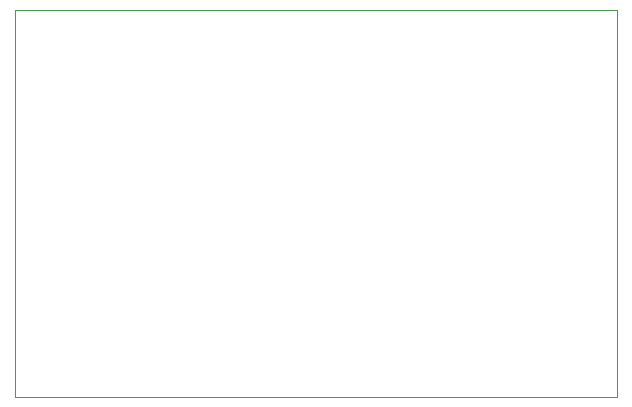
<source format=gbr>
%TF.GenerationSoftware,KiCad,Pcbnew,9.0.2*%
%TF.CreationDate,2025-09-15T18:19:50+05:45*%
%TF.ProjectId,MCU datalogger,4d435520-6461-4746-916c-6f676765722e,rev?*%
%TF.SameCoordinates,Original*%
%TF.FileFunction,Profile,NP*%
%FSLAX46Y46*%
G04 Gerber Fmt 4.6, Leading zero omitted, Abs format (unit mm)*
G04 Created by KiCad (PCBNEW 9.0.2) date 2025-09-15 18:19:50*
%MOMM*%
%LPD*%
G01*
G04 APERTURE LIST*
%TA.AperFunction,Profile*%
%ADD10C,0.050000*%
%TD*%
G04 APERTURE END LIST*
D10*
X1941350000Y-2085000000D02*
X1992300000Y-2085000000D01*
X1992300000Y-2117750000D01*
X1941350000Y-2117750000D01*
X1941350000Y-2085000000D01*
M02*

</source>
